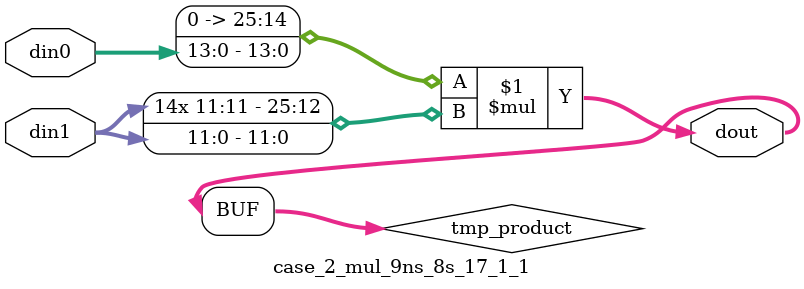
<source format=v>

`timescale 1 ns / 1 ps

 (* use_dsp = "no" *)  module case_2_mul_9ns_8s_17_1_1(din0, din1, dout);
parameter ID = 1;
parameter NUM_STAGE = 0;
parameter din0_WIDTH = 14;
parameter din1_WIDTH = 12;
parameter dout_WIDTH = 26;

input [din0_WIDTH - 1 : 0] din0; 
input [din1_WIDTH - 1 : 0] din1; 
output [dout_WIDTH - 1 : 0] dout;

wire signed [dout_WIDTH - 1 : 0] tmp_product;

























assign tmp_product = $signed({1'b0, din0}) * $signed(din1);










assign dout = tmp_product;





















endmodule

</source>
